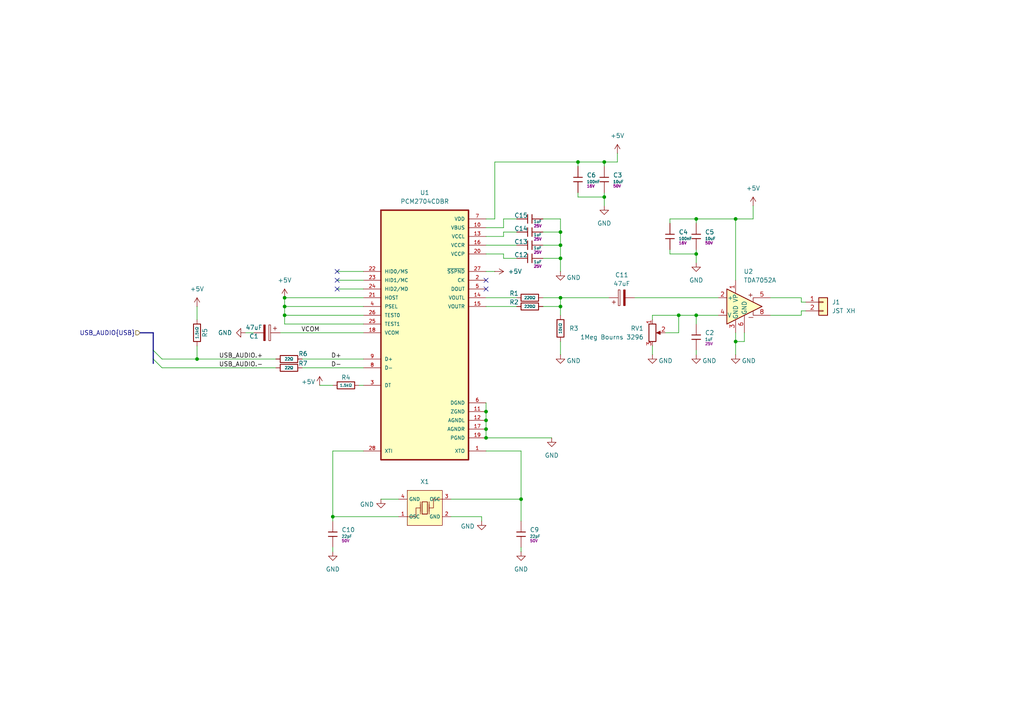
<source format=kicad_sch>
(kicad_sch (version 20231120) (generator "eeschema") (generator_version "8.0")
  (paper "A4")
  (title_block (title "PCM2704 USB SOUND OUTPUT") (date "2025-02-08") (rev "A") (company "Artem Horiunov") (comment 1 "DESIGNED IN POLAND"))
  (lib_symbols
    (symbol "Amplifier_Audio:TDA7052A" (pin_names (offset 0.127))
      (property "Reference" "U" (at 5.08 7.62 0))
      (property "Value" "TDA7052A" (at 5.08 5.08 0))
      (symbol "TDA7052A_0_1"
        (polyline (pts (xy 1.27 -3.175) (xy 2.54 -3.175)))
        (polyline (pts (xy 2.54 -1.27) (xy 2.54 -2.54)))
        (polyline (pts (xy 2.54 2.54) (xy 2.54 1.27)))
        (polyline (pts (xy 5.08 0) (xy -5.08 5.08) (xy -5.08 -5.08) (xy 5.08 0)) (stroke (width 0.254)) (fill (type background)))
      )
      (symbol "TDA7052A_1_1"
        (polyline (pts (xy 1.778 3.81) (xy 1.778 2.794)))
        (polyline (pts (xy 2.286 3.302) (xy 1.27 3.302)))
        (pin power_in line (at -2.54 7.62 270) (length 3.81) (name "VP") (number "1"))
        (pin input line (at -7.62 2.54 0) (length 2.54) (name "+") (number "2"))
        (pin power_in line (at -2.54 -7.62 90) (length 3.81) (name "GND") (number "3"))
        (pin input line (at -7.62 -2.54 0) (length 2.54) (name "V") (number "4"))
        (pin output line (at 7.62 2.54 180) (length 5.08) (name "~") (number "5"))
        (pin power_in line (at 0 -7.62 90) (length 5.08) (name "GND") (number "6"))
        (pin no_connect line (at 0 2.54 270) (length 2.54) hide (name "NC") (number "7"))
        (pin output line (at 7.62 -2.54 180) (length 5.08) (name "~") (number "8"))
      )
    )
    (symbol "Connector_Generic:Conn_01x02" (pin_names (offset 1.016) hide)
      (property "Reference" "J" (at 0 2.54 0))
      (property "Value" "Conn_01x02" (at 0 -5.08 0))
      (symbol "Conn_01x02_1_1"
        (rectangle (start -1.27 -2.413) (end 0 -2.667) (stroke (width 0.1524)))
        (rectangle (start -1.27 0.127) (end 0 -0.127) (stroke (width 0.1524)))
        (rectangle (start -1.27 1.27) (end 1.27 -3.81) (stroke (width 0.254)) (fill (type background)))
        (pin passive line (at -5.08 0 0) (length 3.81) (name "Pin_1") (number "1"))
        (pin passive line (at -5.08 -2.54 0) (length 3.81) (name "Pin_2") (number "2"))
      )
    )
    (symbol "Device:C_Polarized" (pin_numbers hide) (pin_names (offset 0.254))
      (property "Reference" "C" (at 0.635 2.54 0))
      (property "Value" "C_Polarized" (at 0.635 -2.54 0))
      (symbol "C_Polarized_0_1"
        (rectangle (start -2.286 0.508) (end 2.286 1.016))
        (polyline (pts (xy -1.778 2.286) (xy -0.762 2.286)))
        (polyline (pts (xy -1.27 2.794) (xy -1.27 1.778)))
        (rectangle (start 2.286 -0.508) (end -2.286 -1.016) (fill (type outline)))
      )
      (symbol "C_Polarized_1_1"
        (pin passive line (at 0 3.81 270) (length 2.794) (name "~") (number "1"))
        (pin passive line (at 0 -3.81 90) (length 2.794) (name "~") (number "2"))
      )
    )
    (symbol "Device:R_Potentiometer" (pin_names (offset 1.016) hide)
      (property "Reference" "RV" (at -4.445 0 90))
      (property "Value" "R_Potentiometer" (at -2.54 0 90))
      (symbol "R_Potentiometer_0_1"
        (polyline (pts (xy 2.54 0) (xy 1.524 0)))
        (polyline (pts (xy 1.143 0) (xy 2.286 0.508) (xy 2.286 -0.508) (xy 1.143 0)) (fill (type outline)))
        (rectangle (start 1.016 2.54) (end -1.016 -2.54) (stroke (width 0.254)))
      )
      (symbol "R_Potentiometer_1_1"
        (pin passive line (at 0 3.81 270) (length 1.27) (name "1") (number "1"))
        (pin passive line (at 3.81 0 180) (length 1.27) (name "2") (number "2"))
        (pin passive line (at 0 -3.81 90) (length 1.27) (name "3") (number "3"))
      )
    )
    (symbol "PCM2704CDBR:PCM2704CDBR" (pin_names (offset 1.016))
      (property "Reference" "U1" (at 0 40.64 0))
      (property "Value" "PCM2704CDBR" (at 0 38.1 0))
      (symbol "PCM2704CDBR_0_0"
        (rectangle (start -12.7 35.56) (end 12.7 -36.83) (stroke (width 0.41)) (fill (type background)))
        (pin output line (at 17.78 -34.29 180) (length 5.08) (name "XTO") (number "1"))
        (pin power_in line (at 17.78 30.48 180) (length 5.08) (name "VBUS") (number "10"))
        (pin power_in line (at 17.78 -22.86 180) (length 5.08) (name "ZGND") (number "11"))
        (pin power_in line (at 17.78 -25.4 180) (length 5.08) (name "AGNDL") (number "12"))
        (pin power_in line (at 17.78 27.94 180) (length 5.08) (name "VCCL") (number "13"))
        (pin output line (at 17.78 10.16 180) (length 5.08) (name "VOUTL") (number "14"))
        (pin output line (at 17.78 7.62 180) (length 5.08) (name "VOUTR") (number "15"))
        (pin power_in line (at 17.78 25.4 180) (length 5.08) (name "VCCR") (number "16"))
        (pin power_in line (at 17.78 -27.94 180) (length 5.08) (name "AGNDR") (number "17"))
        (pin input line (at -17.78 0 0) (length 5.08) (name "VCOM") (number "18"))
        (pin power_in line (at 17.78 -30.48 180) (length 5.08) (name "PGND") (number "19"))
        (pin output line (at 17.78 15.24 180) (length 5.08) (name "CK") (number "2"))
        (pin power_in line (at 17.78 22.86 180) (length 5.08) (name "VCCP") (number "20"))
        (pin input line (at -17.78 10.16 0) (length 5.08) (name "HOST") (number "21"))
        (pin input line (at -17.78 17.78 0) (length 5.08) (name "HID0/MS") (number "22"))
        (pin input line (at -17.78 15.24 0) (length 5.08) (name "HID1/MC") (number "23"))
        (pin input line (at -17.78 12.7 0) (length 5.08) (name "HID2/MD") (number "24"))
        (pin input line (at -17.78 2.54 0) (length 5.08) (name "TEST1") (number "25"))
        (pin input line (at -17.78 5.08 0) (length 5.08) (name "TEST0") (number "26"))
        (pin output line (at 17.78 17.78 180) (length 5.08) (name "~{SSPND}") (number "27"))
        (pin input line (at -17.78 -34.29 0) (length 5.08) (name "XTI") (number "28"))
        (pin bidirectional line (at -17.78 -15.24 0) (length 5.08) (name "DT") (number "3"))
        (pin input line (at -17.78 7.62 0) (length 5.08) (name "PSEL") (number "4"))
        (pin output line (at 17.78 12.7 180) (length 5.08) (name "DOUT") (number "5"))
        (pin power_in line (at 17.78 -20.32 180) (length 5.08) (name "DGND") (number "6"))
        (pin power_in line (at 17.78 33.02 180) (length 5.08) (name "VDD") (number "7"))
        (pin bidirectional line (at -17.78 -10.16 0) (length 5.08) (name "D-") (number "8"))
        (pin bidirectional line (at -17.78 -7.62 0) (length 5.08) (name "D+") (number "9"))
      )
    )
    (symbol "PCM_JLCPCB-Capacitors:0402,100nF" (pin_numbers hide) (pin_names (offset 0))
      (property "Reference" "C" (at 2.032 1.668 0))
      (property "Value" "100nF" (at 2.032 -0.3782 0))
      (property "Voltage Rated" "16V" (at 2.032 -2.0462 0))
      (symbol "0402,100nF_0_1"
        (polyline (pts (xy -1.27 -0.635) (xy 1.27 -0.635)) (stroke (width 0.254)))
        (polyline (pts (xy -1.27 0.635) (xy 1.27 0.635)) (stroke (width 0.254)))
      )
      (symbol "0402,100nF_1_1"
        (pin passive line (at 0 3.81 270) (length 3.175) (name "~") (number "1"))
        (pin passive line (at 0 -3.81 90) (length 3.175) (name "~") (number "2"))
      )
    )
    (symbol "PCM_JLCPCB-Capacitors:0402,1uF" (pin_numbers hide) (pin_names (offset 0))
      (property "Reference" "C" (at 2.032 1.668 0))
      (property "Value" "1uF" (at 2.032 -0.3782 0))
      (property "Voltage Rated" "25V" (at 2.032 -2.0462 0))
      (symbol "0402,1uF_0_1"
        (polyline (pts (xy -1.27 -0.635) (xy 1.27 -0.635)) (stroke (width 0.254)))
        (polyline (pts (xy -1.27 0.635) (xy 1.27 0.635)) (stroke (width 0.254)))
      )
      (symbol "0402,1uF_1_1"
        (pin passive line (at 0 3.81 270) (length 3.175) (name "~") (number "1"))
        (pin passive line (at 0 -3.81 90) (length 3.175) (name "~") (number "2"))
      )
    )
    (symbol "PCM_JLCPCB-Capacitors:0402,22pF" (pin_numbers hide) (pin_names (offset 0))
      (property "Reference" "C" (at 2.032 1.668 0))
      (property "Value" "22pF" (at 2.032 -0.3782 0))
      (property "Voltage Rated" "50V" (at 2.032 -2.0462 0))
      (symbol "0402,22pF_0_1"
        (polyline (pts (xy -1.27 -0.635) (xy 1.27 -0.635)) (stroke (width 0.254)))
        (polyline (pts (xy -1.27 0.635) (xy 1.27 0.635)) (stroke (width 0.254)))
      )
      (symbol "0402,22pF_1_1"
        (pin passive line (at 0 3.81 270) (length 3.175) (name "~") (number "1"))
        (pin passive line (at 0 -3.81 90) (length 3.175) (name "~") (number "2"))
      )
    )
    (symbol "PCM_JLCPCB-Capacitors:0805,10uF,(2)" (pin_numbers hide) (pin_names (offset 0))
      (property "Reference" "C" (at 2.032 1.668 0))
      (property "Value" "10uF" (at 2.032 -0.3782 0))
      (property "Voltage Rated" "50V" (at 2.032 -2.0462 0))
      (symbol "0805,10uF,(2)_0_1"
        (polyline (pts (xy -1.27 -0.635) (xy 1.27 -0.635)) (stroke (width 0.254)))
        (polyline (pts (xy -1.27 0.635) (xy 1.27 0.635)) (stroke (width 0.254)))
      )
      (symbol "0805,10uF,(2)_1_1"
        (pin passive line (at 0 3.81 270) (length 3.175) (name "~") (number "1"))
        (pin passive line (at 0 -3.81 90) (length 3.175) (name "~") (number "2"))
      )
    )
    (symbol "PCM_JLCPCB-Crystals:Crystal, 12MHz, 20pF"
      (property "Reference" "X" (at 0 6.096 0))
      (symbol "Crystal, 12MHz, 20pF_0_1"
        (rectangle (start -5.08 5.08) (end 5.08 -5.08) (fill (type background)))
        (polyline (pts (xy -1.27 -1.778) (xy -1.27 1.778)))
        (polyline (pts (xy -1.27 -1.016) (xy -1.27 1.016)))
        (polyline (pts (xy 0.762 -1.778) (xy -0.762 -1.778)))
        (polyline (pts (xy 1.27 -1.778) (xy 1.27 1.778)))
        (polyline (pts (xy 1.27 -1.016) (xy 1.27 1.016)))
        (polyline (pts (xy -5.08 -2.54) (xy -2.54 -2.54) (xy -2.54 0) (xy -1.27 0)))
        (polyline (pts (xy -0.762 -1.778) (xy -0.762 1.778) (xy 0.762 1.778) (xy 0.762 -1.778)))
        (polyline (pts (xy 5.08 2.54) (xy 2.54 2.54) (xy 2.54 0) (xy 1.27 0)))
        (polyline (pts (xy 0.762 1.778) (xy 0.762 -1.778) (xy -0.762 -1.778) (xy -0.762 1.778) (xy 0.762 1.778)))
        (pin unspecified line (at 7.62 -2.54 180) (length 2.54) (name "GND") (number "2"))
        (pin unspecified line (at -7.62 2.54 0) (length 2.54) (name "GND") (number "4"))
      )
      (symbol "Crystal, 12MHz, 20pF_1_1"
        (pin unspecified line (at -7.62 -2.54 0) (length 2.54) (name "OSC") (number "1"))
        (pin unspecified line (at 7.62 2.54 180) (length 2.54) (name "OSC") (number "3"))
      )
    )
    (symbol "PCM_JLCPCB-Resistors:0402,1.5kΩ" (pin_numbers hide) (pin_names (offset 0))
      (property "Reference" "R" (at 1.778 0 0))
      (property "Value" "1.5kΩ" (at 0 0 90))
      (symbol "0402,1.5kΩ_0_1"
        (rectangle (start -1.016 2.54) (end 1.016 -2.54) (stroke (width 0.254)))
      )
      (symbol "0402,1.5kΩ_1_1"
        (pin passive line (at 0 3.81 270) (length 1.27) (name "~") (number "1"))
        (pin passive line (at 0 -3.81 90) (length 1.27) (name "~") (number "2"))
      )
    )
    (symbol "PCM_JLCPCB-Resistors:0402,10kΩ" (pin_numbers hide) (pin_names (offset 0))
      (property "Reference" "R" (at 1.778 0 0))
      (property "Value" "10kΩ" (at 0 0 90))
      (symbol "0402,10kΩ_0_1"
        (rectangle (start -1.016 2.54) (end 1.016 -2.54) (stroke (width 0.254)))
      )
      (symbol "0402,10kΩ_1_1"
        (pin passive line (at 0 3.81 270) (length 1.27) (name "~") (number "1"))
        (pin passive line (at 0 -3.81 90) (length 1.27) (name "~") (number "2"))
      )
    )
    (symbol "PCM_JLCPCB-Resistors:0402,220Ω" (pin_numbers hide) (pin_names (offset 0))
      (property "Reference" "R" (at 1.778 0 0))
      (property "Value" "220Ω" (at 0 0 90))
      (symbol "0402,220Ω_0_1"
        (rectangle (start -1.016 2.54) (end 1.016 -2.54) (stroke (width 0.254)))
      )
      (symbol "0402,220Ω_1_1"
        (pin passive line (at 0 3.81 270) (length 1.27) (name "~") (number "1"))
        (pin passive line (at 0 -3.81 90) (length 1.27) (name "~") (number "2"))
      )
    )
    (symbol "PCM_JLCPCB-Resistors:0402,22Ω" (pin_numbers hide) (pin_names (offset 0))
      (property "Reference" "R" (at 1.778 0 0))
      (property "Value" "22Ω" (at 0 0 90))
      (symbol "0402,22Ω_0_1"
        (rectangle (start -1.016 2.54) (end 1.016 -2.54) (stroke (width 0.254)))
      )
      (symbol "0402,22Ω_1_1"
        (pin passive line (at 0 3.81 270) (length 1.27) (name "~") (number "1"))
        (pin passive line (at 0 -3.81 90) (length 1.27) (name "~") (number "2"))
      )
    )
    (symbol "power:+5V" (power) (pin_numbers hide) (pin_names (offset 0) hide)
      (property "Value" "+5V" (at 0 3.556 0))
      (symbol "+5V_0_1"
        (polyline (pts (xy -0.762 1.27) (xy 0 2.54)))
        (polyline (pts (xy 0 0) (xy 0 2.54)))
        (polyline (pts (xy 0 2.54) (xy 0.762 1.27)))
      )
      (symbol "+5V_1_1"
        (pin power_in line (at 0 0 90) (length 0) (name "~") (number "1"))
      )
    )
    (symbol "power:GND" (power) (pin_numbers hide) (pin_names (offset 0) hide)
      (property "Value" "GND" (at 0 -3.81 0))
      (symbol "GND_0_1"
        (polyline (pts (xy 0 0) (xy 0 -1.27) (xy 1.27 -1.27) (xy 0 -2.54) (xy -1.27 -1.27) (xy 0 -1.27)))
      )
      (symbol "GND_1_1"
        (pin power_in line (at 0 0 270) (length 0) (name "~") (number "1"))
      )
    )
  )
  (bus_alias "USB" (members "+" "-"))
  (junction (at 175.26 57.15))
  (junction (at 140.97 119.38))
  (junction (at 96.52 149.86))
  (junction (at 82.55 88.9))
  (junction (at 201.93 63.5))
  (junction (at 140.97 121.92))
  (junction (at 196.85 91.44))
  (junction (at 175.26 46.99))
  (junction (at 140.97 124.46))
  (junction (at 57.15 104.14))
  (junction (at 162.56 86.36))
  (junction (at 201.93 73.66))
  (junction (at 213.36 99.06))
  (junction (at 82.55 86.36))
  (junction (at 162.56 67.31))
  (junction (at 162.56 88.9))
  (junction (at 82.55 91.44))
  (junction (at 151.13 144.78))
  (junction (at 201.93 91.44))
  (junction (at 162.56 71.12))
  (junction (at 213.36 63.5))
  (junction (at 167.64 46.99))
  (junction (at 140.97 127))
  (junction (at 162.56 74.93))
  (no_connect (at 140.97 83.82))
  (no_connect (at 97.79 83.82))
  (no_connect (at 97.79 78.74))
  (no_connect (at 140.97 81.28))
  (no_connect (at 97.79 81.28))
  (bus_entry (at 44.45 104.14) (size 2.54 2.54))
  (bus_entry (at 44.45 101.6) (size 2.54 2.54))
  (wire (pts (xy 57.15 100.33) (xy 57.15 104.14)))
  (wire (pts (xy 140.97 130.81) (xy 151.13 130.81)))
  (wire (pts (xy 151.13 144.78) (xy 130.81 144.78)))
  (wire (pts (xy 162.56 86.36) (xy 162.56 88.9)))
  (wire (pts (xy 194.31 63.5) (xy 201.93 63.5)))
  (wire (pts (xy 189.23 100.33) (xy 189.23 102.87)))
  (wire (pts (xy 167.64 48.26) (xy 167.64 46.99)))
  (wire (pts (xy 82.55 91.44) (xy 82.55 88.9)))
  (wire (pts (xy 110.49 144.78) (xy 115.57 144.78)))
  (wire (pts (xy 175.26 55.88) (xy 175.26 57.15)))
  (wire (pts (xy 97.79 83.82) (xy 105.41 83.82)))
  (wire (pts (xy 151.13 130.81) (xy 151.13 144.78)))
  (wire (pts (xy 140.97 124.46) (xy 140.97 127)))
  (wire (pts (xy 143.51 63.5) (xy 140.97 63.5)))
  (wire (pts (xy 81.28 96.52) (xy 105.41 96.52)))
  (wire (pts (xy 201.93 73.66) (xy 201.93 76.2)))
  (wire (pts (xy 82.55 88.9) (xy 105.41 88.9)))
  (wire (pts (xy 96.52 158.75) (xy 96.52 160.02)))
  (wire (pts (xy 82.55 93.98) (xy 82.55 91.44)))
  (wire (pts (xy 201.93 63.5) (xy 201.93 64.77)))
  (bus (pts (xy 44.45 104.14) (xy 44.45 105.41)))
  (wire (pts (xy 139.7 151.13) (xy 139.7 149.86)))
  (wire (pts (xy 218.44 63.5) (xy 213.36 63.5)))
  (wire (pts (xy 196.85 96.52) (xy 196.85 91.44)))
  (wire (pts (xy 157.48 67.31) (xy 162.56 67.31)))
  (wire (pts (xy 194.31 73.66) (xy 201.93 73.66)))
  (wire (pts (xy 162.56 99.06) (xy 162.56 102.87)))
  (wire (pts (xy 162.56 88.9) (xy 162.56 91.44)))
  (wire (pts (xy 201.93 91.44) (xy 196.85 91.44)))
  (wire (pts (xy 140.97 116.84) (xy 140.97 119.38)))
  (wire (pts (xy 201.93 93.98) (xy 201.93 91.44)))
  (wire (pts (xy 96.52 149.86) (xy 96.52 151.13)))
  (wire (pts (xy 143.51 63.5) (xy 143.51 46.99)))
  (wire (pts (xy 96.52 130.81) (xy 105.41 130.81)))
  (wire (pts (xy 162.56 86.36) (xy 176.53 86.36)))
  (wire (pts (xy 87.63 106.68) (xy 105.41 106.68)))
  (wire (pts (xy 105.41 91.44) (xy 82.55 91.44)))
  (wire (pts (xy 140.97 121.92) (xy 140.97 124.46)))
  (wire (pts (xy 57.15 104.14) (xy 80.01 104.14)))
  (wire (pts (xy 213.36 63.5) (xy 213.36 81.28)))
  (wire (pts (xy 140.97 86.36) (xy 149.86 86.36)))
  (wire (pts (xy 146.05 73.66) (xy 146.05 74.93)))
  (wire (pts (xy 97.79 81.28) (xy 105.41 81.28)))
  (wire (pts (xy 193.04 96.52) (xy 196.85 96.52)))
  (wire (pts (xy 87.63 104.14) (xy 105.41 104.14)))
  (wire (pts (xy 208.28 91.44) (xy 201.93 91.44)))
  (wire (pts (xy 146.05 66.04) (xy 146.05 63.5)))
  (bus (pts (xy 44.45 101.6) (xy 44.45 104.14)))
  (wire (pts (xy 184.15 86.36) (xy 208.28 86.36)))
  (wire (pts (xy 151.13 144.78) (xy 151.13 151.13)))
  (wire (pts (xy 157.48 71.12) (xy 162.56 71.12)))
  (wire (pts (xy 179.07 46.99) (xy 175.26 46.99)))
  (wire (pts (xy 162.56 71.12) (xy 162.56 74.93)))
  (wire (pts (xy 194.31 72.39) (xy 194.31 73.66)))
  (wire (pts (xy 146.05 67.31) (xy 146.05 68.58)))
  (wire (pts (xy 105.41 93.98) (xy 82.55 93.98)))
  (wire (pts (xy 140.97 127) (xy 160.02 127)))
  (wire (pts (xy 96.52 149.86) (xy 96.52 130.81)))
  (wire (pts (xy 189.23 91.44) (xy 189.23 92.71)))
  (wire (pts (xy 215.9 99.06) (xy 213.36 99.06)))
  (wire (pts (xy 213.36 96.52) (xy 213.36 99.06)))
  (wire (pts (xy 146.05 63.5) (xy 149.86 63.5)))
  (wire (pts (xy 162.56 67.31) (xy 162.56 71.12)))
  (wire (pts (xy 115.57 149.86) (xy 96.52 149.86)))
  (wire (pts (xy 218.44 59.69) (xy 218.44 63.5)))
  (wire (pts (xy 97.79 78.74) (xy 105.41 78.74)))
  (wire (pts (xy 194.31 63.5) (xy 194.31 64.77)))
  (wire (pts (xy 232.41 90.17) (xy 232.41 91.44)))
  (wire (pts (xy 140.97 78.74) (xy 143.51 78.74)))
  (wire (pts (xy 46.99 104.14) (xy 57.15 104.14)))
  (wire (pts (xy 139.7 149.86) (xy 130.81 149.86)))
  (wire (pts (xy 201.93 72.39) (xy 201.93 73.66)))
  (wire (pts (xy 213.36 99.06) (xy 213.36 102.87)))
  (wire (pts (xy 232.41 87.63) (xy 232.41 86.36)))
  (wire (pts (xy 105.41 111.76) (xy 104.14 111.76)))
  (wire (pts (xy 179.07 44.45) (xy 179.07 46.99)))
  (wire (pts (xy 196.85 91.44) (xy 189.23 91.44)))
  (wire (pts (xy 162.56 63.5) (xy 162.56 67.31)))
  (wire (pts (xy 46.99 106.68) (xy 80.01 106.68)))
  (wire (pts (xy 175.26 46.99) (xy 175.26 48.26)))
  (wire (pts (xy 201.93 101.6) (xy 201.93 102.87)))
  (wire (pts (xy 162.56 74.93) (xy 162.56 78.74)))
  (wire (pts (xy 162.56 88.9) (xy 157.48 88.9)))
  (wire (pts (xy 167.64 57.15) (xy 175.26 57.15)))
  (wire (pts (xy 82.55 88.9) (xy 82.55 86.36)))
  (wire (pts (xy 143.51 46.99) (xy 167.64 46.99)))
  (wire (pts (xy 140.97 88.9) (xy 149.86 88.9)))
  (wire (pts (xy 157.48 63.5) (xy 162.56 63.5)))
  (wire (pts (xy 233.68 87.63) (xy 232.41 87.63)))
  (wire (pts (xy 215.9 96.52) (xy 215.9 99.06)))
  (wire (pts (xy 140.97 119.38) (xy 140.97 121.92)))
  (wire (pts (xy 140.97 73.66) (xy 146.05 73.66)))
  (bus (pts (xy 44.45 96.52) (xy 44.45 101.6)))
  (wire (pts (xy 149.86 67.31) (xy 146.05 67.31)))
  (wire (pts (xy 223.52 86.36) (xy 232.41 86.36)))
  (wire (pts (xy 140.97 66.04) (xy 146.05 66.04)))
  (wire (pts (xy 92.71 111.76) (xy 96.52 111.76)))
  (bus (pts (xy 40.64 96.52) (xy 44.45 96.52)))
  (wire (pts (xy 233.68 90.17) (xy 232.41 90.17)))
  (wire (pts (xy 146.05 68.58) (xy 140.97 68.58)))
  (wire (pts (xy 167.64 46.99) (xy 175.26 46.99)))
  (wire (pts (xy 223.52 91.44) (xy 232.41 91.44)))
  (wire (pts (xy 146.05 74.93) (xy 149.86 74.93)))
  (wire (pts (xy 71.12 96.52) (xy 73.66 96.52)))
  (wire (pts (xy 57.15 88.9) (xy 57.15 92.71)))
  (wire (pts (xy 157.48 74.93) (xy 162.56 74.93)))
  (wire (pts (xy 140.97 71.12) (xy 149.86 71.12)))
  (wire (pts (xy 82.55 86.36) (xy 105.41 86.36)))
  (wire (pts (xy 151.13 158.75) (xy 151.13 160.02)))
  (wire (pts (xy 201.93 63.5) (xy 213.36 63.5)))
  (wire (pts (xy 157.48 86.36) (xy 162.56 86.36)))
  (wire (pts (xy 175.26 57.15) (xy 175.26 59.69)))
  (wire (pts (xy 167.64 55.88) (xy 167.64 57.15)))
  (label "USB_AUDIO.-" (at 63.5 106.68 0))
  (label "VCOM" (at 92.71 96.52 180))
  (label "USB_AUDIO.+" (at 63.5 104.14 0))
  (label "D+" (at 99.06 104.14 180))
  (label "D-" (at 99.06 106.68 180))
  (hierarchical_label "USB_AUDIO{USB}" (shape input) (at 40.64 96.52 180))
  (symbol (lib_id "power:+5V") (at 57.15 88.9 0) (unit 1)
    (property "Reference" "#PWR019" (effects (hide yes)))
    (property "Value" "+5V" (at 57.15 83.82 0))
    (property "Description" "Power symbol creates a global label with name \"+5V\"" (effects (hide yes)))
  )
  (symbol (lib_id "Device:C_Polarized") (at 180.34 86.36 90) (unit 1)
    (property "Reference" "C11" (at 180.34 79.756 90))
    (property "Value" "47uF" (at 180.34 82.296 90))
    (property "Footprint" "Capacitor_SMD:CP_Elec_6.3x5.4" (effects (hide yes)))
    (property "Description" "Polarized capacitor" (effects (hide yes)))
    (property "LCSC" " C90276" (effects (hide yes)))
    (property "MPN" "VT1V470M0605" (effects (hide yes)))
  )
  (symbol (lib_id "power:GND") (at 96.52 160.02 0) (unit 1)
    (property "Reference" "#PWR013" (effects (hide yes)))
    (property "Value" "GND" (at 96.52 165.1 0))
    (property "Description" "Power symbol creates a global label with name \"GND\" , ground" (effects (hide yes)))
  )
  (symbol (lib_id "power:GND") (at 151.13 160.02 0) (unit 1)
    (property "Reference" "#PWR012" (effects (hide yes)))
    (property "Value" "GND" (at 151.13 165.1 0))
    (property "Description" "Power symbol creates a global label with name \"GND\" , ground" (effects (hide yes)))
  )
  (symbol (lib_id "PCM_JLCPCB-Resistors:0402,10kΩ") (at 162.56 95.25 180) (unit 1)
    (property "Reference" "R3" (at 165.1 95.25 0) (effects (justify right)))
    (property "Value" "10kΩ" (at 162.56 95.25 90) (effects (font (size 0.8 0.8))))
    (property "Footprint" "PCM_JLCPCB:R_0402" (effects (hide yes)))
    (property "Datasheet" "https://www.lcsc.com/datasheet/lcsc_datasheet_2411221126_UNI-ROYAL-Uniroyal-Elec-0402WGF1002TCE_C25744.pdf" (effects (hide yes)))
    (property "Description" "62.5mW Thick Film Resistors 50V ±100ppm/°C ±1% 10kΩ 0402 Chip Resistor - Surface Mount ROHS" (effects (hide yes)))
    (property "LCSC" "C25744" (effects (hide yes)))
    (property "Stock" "6666349" (effects (hide yes)))
    (property "Price" "0.004USD" (effects (hide yes)))
    (property "Process" "SMT" (effects (hide yes)))
    (property "Minimum Qty" "5" (effects (hide yes)))
    (property "Attrition Qty" "0" (effects (hide yes)))
    (property "Class" "Basic Component" (effects (hide yes)))
    (property "Category" "Resistors,Chip Resistor - Surface Mount" (effects (hide yes)))
    (property "Manufacturer" "UNI-ROYAL(Uniroyal Elec)" (effects (hide yes)))
    (property "Part" "0402WGF1002TCE" (effects (hide yes)))
    (property "Resistance" "10kΩ" (effects (hide yes)))
    (property "Power(Watts)" "62.5mW" (effects (hide yes)))
    (property "Type" "Thick Film Resistors" (effects (hide yes)))
    (property "Overload Voltage (Max)" "50V" (effects (hide yes)))
    (property "Operating Temperature Range" "-55°C~+155°C" (effects (hide yes)))
    (property "Tolerance" "±1%" (effects (hide yes)))
    (property "Temperature Coefficient" "±100ppm/°C" (effects (hide yes)))
  )
  (symbol (lib_id "PCM_JLCPCB-Resistors:0402,1.5kΩ") (at 100.33 111.76 270) (mirror x) (unit 1)
    (property "Reference" "R4" (at 100.33 109.474 90))
    (property "Value" "1.5kΩ" (at 100.33 111.76 90) (effects (font (size 0.8 0.8))))
    (property "Footprint" "PCM_JLCPCB:R_0402" (effects (hide yes)))
    (property "Datasheet" "https://www.lcsc.com/datasheet/lcsc_datasheet_2206010045_UNI-ROYAL-Uniroyal-Elec-0402WGF1501TCE_C25867.pdf" (effects (hide yes)))
    (property "Description" "62.5mW Thick Film Resistors 50V ±100ppm/°C ±1% 1.5kΩ 0402 Chip Resistor - Surface Mount ROHS" (effects (hide yes)))
    (property "LCSC" "C25867" (effects (hide yes)))
    (property "Stock" "778464" (effects (hide yes)))
    (property "Price" "0.004USD" (effects (hide yes)))
    (property "Process" "SMT" (effects (hide yes)))
    (property "Minimum Qty" "20" (effects (hide yes)))
    (property "Attrition Qty" "10" (effects (hide yes)))
    (property "Class" "Basic Component" (effects (hide yes)))
    (property "Category" "Resistors,Chip Resistor - Surface Mount" (effects (hide yes)))
    (property "Manufacturer" "UNI-ROYAL(Uniroyal Elec)" (effects (hide yes)))
    (property "Part" "0402WGF1501TCE" (effects (hide yes)))
    (property "Resistance" "1.5kΩ" (effects (hide yes)))
    (property "Power(Watts)" "62.5mW" (effects (hide yes)))
    (property "Type" "Thick Film Resistors" (effects (hide yes)))
    (property "Overload Voltage (Max)" "50V" (effects (hide yes)))
    (property "Operating Temperature Range" "-55°C~+155°C" (effects (hide yes)))
    (property "Tolerance" "±1%" (effects (hide yes)))
    (property "Temperature Coefficient" "±100ppm/°C" (effects (hide yes)))
  )
  (symbol (lib_id "power:+5V") (at 179.07 44.45 0) (unit 1)
    (property "Reference" "#PWR07" (effects (hide yes)))
    (property "Value" "+5V" (at 179.07 39.37 0))
    (property "Description" "Power symbol creates a global label with name \"+5V\"" (effects (hide yes)))
  )
  (symbol (lib_id "power:+5V") (at 218.44 59.69 0) (unit 1)
    (property "Reference" "#PWR08" (effects (hide yes)))
    (property "Value" "+5V" (at 218.44 54.61 0))
    (property "Description" "Power symbol creates a global label with name \"+5V\"" (effects (hide yes)))
  )
  (symbol (lib_id "power:GND") (at 139.7 151.13 0) (unit 1)
    (property "Reference" "#PWR015" (effects (hide yes)))
    (property "Value" "GND" (at 135.636 152.654 0))
    (property "Description" "Power symbol creates a global label with name \"GND\" , ground" (effects (hide yes)))
  )
  (symbol (lib_id "PCM_JLCPCB-Capacitors:0402,22pF") (at 151.13 154.94 0) (unit 1)
    (property "Reference" "C9" (at 153.67 153.67 0) (effects (justify left)))
    (property "Value" "22pF" (at 153.67 155.575 0) (effects (font (size 0.8 0.8)) (justify left)))
    (property "Footprint" "PCM_JLCPCB:C_0402" (effects (hide yes)))
    (property "Datasheet" "https://www.lcsc.com/datasheet/lcsc_datasheet_2304140030_FH--Guangdong-Fenghua-Advanced-Tech-0402CG220J500NT_C1555.pdf" (effects (hide yes)))
    (property "Description" "50V 22pF C0G ±5% 0402 Multilayer Ceramic Capacitors MLCC - SMD/SMT ROHS" (effects (hide yes)))
    (property "LCSC" "C1555" (effects (hide yes)))
    (property "Stock" "1656751" (effects (hide yes)))
    (property "Price" "0.004USD" (effects (hide yes)))
    (property "Process" "SMT" (effects (hide yes)))
    (property "Minimum Qty" "20" (effects (hide yes)))
    (property "Attrition Qty" "10" (effects (hide yes)))
    (property "Class" "Basic Component" (effects (hide yes)))
    (property "Category" "Capacitors,Multilayer Ceramic Capacitors MLCC - SMD/SMT" (effects (hide yes)))
    (property "Manufacturer" "FH(Guangdong Fenghua Advanced Tech)" (effects (hide yes)))
    (property "Part" "0402CG220J500NT" (effects (hide yes)))
    (property "Voltage Rated" "50V" (at 153.67 156.845 0) (effects (font (size 0.8 0.8)) (justify left)))
    (property "Tolerance" "±5%" (effects (hide yes)))
    (property "Capacitance" "22pF" (effects (hide yes)))
    (property "Temperature Coefficient" "C0G" (effects (hide yes)))
  )
  (symbol (lib_id "PCM_JLCPCB-Capacitors:0805,10uF,(2)") (at 175.26 52.07 180) (unit 1)
    (property "Reference" "C3" (at 177.8 50.8 0) (effects (justify right)))
    (property "Value" "10uF" (at 177.8 52.705 0) (effects (font (size 0.8 0.8)) (justify right)))
    (property "Footprint" "PCM_JLCPCB:C_0805" (effects (hide yes)))
    (property "Datasheet" "https://www.lcsc.com/datasheet/lcsc_datasheet_2411041759_Murata-Electronics-GRM21BR61H106KE43L_C440198.pdf" (effects (hide yes)))
    (property "Description" "50V 10uF X5R ±10% 0805 Multilayer Ceramic Capacitors MLCC - SMD/SMT ROHS" (effects (hide yes)))
    (property "LCSC" "C440198" (effects (hide yes)))
    (property "Stock" "1423931" (effects (hide yes)))
    (property "Price" "0.067USD" (effects (hide yes)))
    (property "Process" "SMT" (effects (hide yes)))
    (property "Minimum Qty" "5" (effects (hide yes)))
    (property "Attrition Qty" "4" (effects (hide yes)))
    (property "Class" "Basic Component" (effects (hide yes)))
    (property "Category" "Capacitors,Multilayer Ceramic Capacitors MLCC - SMD/SMT" (effects (hide yes)))
    (property "Manufacturer" "Murata Electronics" (effects (hide yes)))
    (property "Part" "GRM21BR61H106KE43L" (effects (hide yes)))
    (property "Voltage Rated" "50V" (at 177.8 53.975 0) (effects (font (size 0.8 0.8)) (justify right)))
    (property "Tolerance" "±10%" (effects (hide yes)))
    (property "Capacitance" "10uF" (effects (hide yes)))
    (property "Temperature Coefficient" "X5R" (effects (hide yes)))
  )
  (symbol (lib_id "PCM2704CDBR:PCM2704CDBR") (at 123.19 96.52 0) (unit 1)
    (property "Reference" "U1" (at 123.19 55.88 0))
    (property "Value" "PCM2704CDBR" (at 123.19 58.42 0))
    (property "Footprint" "PCM2704CDBR:SOP65P780X200-28N" (effects (hide yes)))
    (property "Datasheet" "https://www.ti.com/lit/ds/symlink/pcm2706.pdf?ts=1739038203811&ref_url=https%253A%252F%252Fwww.google.com%252F" (effects (hide yes)))
    (property "MF" "Texas Instruments" (effects (hide yes)))
    (property "Description_1" "\n                        \n                            98dB SNR Stereo Full Speed DAC with line-out & S/PDIF output, Bus/Self-powered (Ext. ROM Interface)\n                        \n" (effects (hide yes)))
    (property "Package" "SSOP-28 Texas Instruments" (effects (hide yes)))
    (property "Price" "None" (effects (hide yes)))
    (property "SnapEDA_Link" "https://www.snapeda.com/parts/PCM2704CDBR/Texas+Instruments/view-part/?ref=snap" (effects (hide yes)))
    (property "MP" "PCM2704CDBR" (effects (hide yes)))
    (property "Availability" "In Stock" (effects (hide yes)))
    (property "Check_prices" "https://www.snapeda.com/parts/PCM2704CDBR/Texas+Instruments/view-part/?ref=eda" (effects (hide yes)))
  )
  (symbol (lib_id "power:+5V") (at 82.55 86.36 0) (unit 1)
    (property "Reference" "#PWR017" (effects (hide yes)))
    (property "Value" "+5V" (at 82.55 81.28 0))
    (property "Description" "Power symbol creates a global label with name \"+5V\"" (effects (hide yes)))
  )
  (symbol (lib_id "power:GND") (at 162.56 102.87 0) (unit 1)
    (property "Reference" "#PWR03" (effects (hide yes)))
    (property "Value" "GND" (at 166.37 104.648 0))
    (property "Description" "Power symbol creates a global label with name \"GND\" , ground" (effects (hide yes)))
  )
  (symbol (lib_id "PCM_JLCPCB-Capacitors:0402,100nF") (at 167.64 52.07 0) (unit 1)
    (property "Reference" "C6" (at 170.18 50.8 0) (effects (justify left)))
    (property "Value" "100nF" (at 170.18 52.705 0) (effects (font (size 0.8 0.8)) (justify left)))
    (property "Footprint" "PCM_JLCPCB:C_0402" (effects (hide yes)))
    (property "Datasheet" "https://www.lcsc.com/datasheet/lcsc_datasheet_2304140030_Samsung-Electro-Mechanics-CL05B104KO5NNNC_C1525.pdf" (effects (hide yes)))
    (property "Description" "16V 100nF X7R ±10% 0402 Multilayer Ceramic Capacitors MLCC - SMD/SMT ROHS" (effects (hide yes)))
    (property "LCSC" "C1525" (effects (hide yes)))
    (property "Stock" "27771805" (effects (hide yes)))
    (property "Price" "0.004USD" (effects (hide yes)))
    (property "Process" "SMT" (effects (hide yes)))
    (property "Minimum Qty" "20" (effects (hide yes)))
    (property "Attrition Qty" "10" (effects (hide yes)))
    (property "Class" "Basic Component" (effects (hide yes)))
    (property "Category" "Capacitors,Multilayer Ceramic Capacitors MLCC - SMD/SMT" (effects (hide yes)))
    (property "Manufacturer" "Samsung Electro-Mechanics" (effects (hide yes)))
    (property "Part" "CL05B104KO5NNNC" (effects (hide yes)))
    (property "Voltage Rated" "16V" (at 170.18 53.975 0) (effects (font (size 0.8 0.8)) (justify left)))
    (property "Tolerance" "±10%" (effects (hide yes)))
    (property "Capacitance" "100nF" (effects (hide yes)))
    (property "Temperature Coefficient" "X7R" (effects (hide yes)))
  )
  (symbol (lib_id "PCM_JLCPCB-Capacitors:0402,1uF") (at 153.67 63.5 90) (unit 1)
    (property "Reference" "C15" (at 151.13 62.484 90))
    (property "Value" "1uF" (at 155.956 64.262 90) (effects (font (size 0.8 0.8))))
    (property "Footprint" "PCM_JLCPCB:C_0402" (effects (hide yes)))
    (property "Datasheet" "https://www.lcsc.com/datasheet/lcsc_datasheet_2304140030_Samsung-Electro-Mechanics-CL05A105KA5NQNC_C52923.pdf" (effects (hide yes)))
    (property "Description" "25V 1uF X5R ±10% 0402 Multilayer Ceramic Capacitors MLCC - SMD/SMT ROHS" (effects (hide yes)))
    (property "LCSC" "C52923" (effects (hide yes)))
    (property "Stock" "8324208" (effects (hide yes)))
    (property "Price" "0.006USD" (effects (hide yes)))
    (property "Process" "SMT" (effects (hide yes)))
    (property "Minimum Qty" "20" (effects (hide yes)))
    (property "Attrition Qty" "10" (effects (hide yes)))
    (property "Class" "Basic Component" (effects (hide yes)))
    (property "Category" "Capacitors,Multilayer Ceramic Capacitors MLCC - SMD/SMT" (effects (hide yes)))
    (property "Manufacturer" "Samsung Electro-Mechanics" (effects (hide yes)))
    (property "Part" "CL05A105KA5NQNC" (effects (hide yes)))
    (property "Voltage Rated" "25V" (at 155.956 65.532 90) (effects (font (size 0.8 0.8))))
    (property "Tolerance" "±10%" (effects (hide yes)))
    (property "Capacitance" "1uF" (effects (hide yes)))
    (property "Temperature Coefficient" "X5R" (effects (hide yes)))
  )
  (symbol (lib_id "Device:R_Potentiometer") (at 189.23 96.52 0) (unit 1)
    (property "Reference" "RV1" (at 186.69 95.25 0) (effects (justify right)))
    (property "Value" "1Meg Bourns 3296" (at 186.69 97.79 0) (effects (justify right)))
    (property "Footprint" "Potentiometer_THT:Potentiometer_Bourns_3296W_Vertical" (effects (hide yes)))
    (property "Description" "Potentiometer" (effects (hide yes)))
  )
  (symbol (lib_id "power:GND") (at 160.02 127 0) (unit 1)
    (property "Reference" "#PWR016" (effects (hide yes)))
    (property "Value" "GND" (at 160.02 132.08 0))
    (property "Description" "Power symbol creates a global label with name \"GND\" , ground" (effects (hide yes)))
  )
  (symbol (lib_id "power:GND") (at 110.49 144.78 0) (unit 1)
    (property "Reference" "#PWR014" (effects (hide yes)))
    (property "Value" "GND" (at 106.426 146.304 0))
    (property "Description" "Power symbol creates a global label with name \"GND\" , ground" (effects (hide yes)))
  )
  (symbol (lib_id "Connector_Generic:Conn_01x02") (at 238.76 87.63 0) (unit 1)
    (property "Reference" "J1" (at 241.3 87.63 0) (effects (justify left)))
    (property "Value" "JST XH" (at 241.3 90.17 0) (effects (justify left)))
    (property "Footprint" "Connector_JST:JST_XH_B2B-XH-AM_1x02_P2.50mm_Vertical" (effects (hide yes)))
    (property "Description" "Generic connector, single row, 01x02, script generated (kicad-library-utils/schlib/autogen/connector/)" (effects (hide yes)))
  )
  (symbol (lib_id "PCM_JLCPCB-Capacitors:0402,1uF") (at 201.93 97.79 0) (unit 1)
    (property "Reference" "C2" (at 204.47 96.52 0) (effects (justify left)))
    (property "Value" "1uF" (at 204.47 98.425 0) (effects (font (size 0.8 0.8)) (justify left)))
    (property "Footprint" "PCM_JLCPCB:C_0402" (effects (hide yes)))
    (property "Datasheet" "https://www.lcsc.com/datasheet/lcsc_datasheet_2304140030_Samsung-Electro-Mechanics-CL05A105KA5NQNC_C52923.pdf" (effects (hide yes)))
    (property "Description" "25V 1uF X5R ±10% 0402 Multilayer Ceramic Capacitors MLCC - SMD/SMT ROHS" (effects (hide yes)))
    (property "LCSC" "C52923" (effects (hide yes)))
    (property "Stock" "8324208" (effects (hide yes)))
    (property "Price" "0.006USD" (effects (hide yes)))
    (property "Process" "SMT" (effects (hide yes)))
    (property "Minimum Qty" "20" (effects (hide yes)))
    (property "Attrition Qty" "10" (effects (hide yes)))
    (property "Class" "Basic Component" (effects (hide yes)))
    (property "Category" "Capacitors,Multilayer Ceramic Capacitors MLCC - SMD/SMT" (effects (hide yes)))
    (property "Manufacturer" "Samsung Electro-Mechanics" (effects (hide yes)))
    (property "Part" "CL05A105KA5NQNC" (effects (hide yes)))
    (property "Voltage Rated" "25V" (at 204.47 99.695 0) (effects (font (size 0.8 0.8)) (justify left)))
    (property "Tolerance" "±10%" (effects (hide yes)))
    (property "Capacitance" "1uF" (effects (hide yes)))
    (property "Temperature Coefficient" "X5R" (effects (hide yes)))
  )
  (symbol (lib_id "power:GND") (at 201.93 76.2 0) (unit 1)
    (property "Reference" "#PWR09" (effects (hide yes)))
    (property "Value" "GND" (at 201.93 81.28 0))
    (property "Description" "Power symbol creates a global label with name \"GND\" , ground" (effects (hide yes)))
  )
  (symbol (lib_id "PCM_JLCPCB-Resistors:0402,22Ω") (at 83.82 106.68 90) (unit 1)
    (property "Reference" "R7" (at 87.884 105.41 90))
    (property "Value" "22Ω" (at 83.82 106.68 90) (effects (font (size 0.8 0.8))))
    (property "Footprint" "PCM_JLCPCB:R_0402" (effects (hide yes)))
    (property "Datasheet" "https://www.lcsc.com/datasheet/lcsc_datasheet_2205311900_UNI-ROYAL-Uniroyal-Elec-0402WGF220JTCE_C25092.pdf" (effects (hide yes)))
    (property "Description" "62.5mW Thick Film Resistors 50V ±1% ±100ppm/°C 22Ω 0402 Chip Resistor - Surface Mount ROHS" (effects (hide yes)))
    (property "LCSC" "C25092" (effects (hide yes)))
    (property "Stock" "2497993" (effects (hide yes)))
    (property "Price" "0.004USD" (effects (hide yes)))
    (property "Process" "SMT" (effects (hide yes)))
    (property "Minimum Qty" "20" (effects (hide yes)))
    (property "Attrition Qty" "10" (effects (hide yes)))
    (property "Class" "Basic Component" (effects (hide yes)))
    (property "Category" "Resistors,Chip Resistor - Surface Mount" (effects (hide yes)))
    (property "Manufacturer" "UNI-ROYAL(Uniroyal Elec)" (effects (hide yes)))
    (property "Part" "0402WGF220JTCE" (effects (hide yes)))
    (property "Resistance" "22Ω" (effects (hide yes)))
    (property "Power(Watts)" "62.5mW" (effects (hide yes)))
    (property "Type" "Thick Film Resistors" (effects (hide yes)))
    (property "Overload Voltage (Max)" "50V" (effects (hide yes)))
    (property "Operating Temperature Range" "-55°C~+155°C" (effects (hide yes)))
    (property "Tolerance" "±1%" (effects (hide yes)))
    (property "Temperature Coefficient" "±100ppm/°C" (effects (hide yes)))
  )
  (symbol (lib_id "PCM_JLCPCB-Capacitors:0402,1uF") (at 153.67 71.12 90) (unit 1)
    (property "Reference" "C13" (at 151.13 70.104 90))
    (property "Value" "1uF" (at 155.956 71.882 90) (effects (font (size 0.8 0.8))))
    (property "Footprint" "PCM_JLCPCB:C_0402" (effects (hide yes)))
    (property "Datasheet" "https://www.lcsc.com/datasheet/lcsc_datasheet_2304140030_Samsung-Electro-Mechanics-CL05A105KA5NQNC_C52923.pdf" (effects (hide yes)))
    (property "Description" "25V 1uF X5R ±10% 0402 Multilayer Ceramic Capacitors MLCC - SMD/SMT ROHS" (effects (hide yes)))
    (property "LCSC" "C52923" (effects (hide yes)))
    (property "Stock" "8324208" (effects (hide yes)))
    (property "Price" "0.006USD" (effects (hide yes)))
    (property "Process" "SMT" (effects (hide yes)))
    (property "Minimum Qty" "20" (effects (hide yes)))
    (property "Attrition Qty" "10" (effects (hide yes)))
    (property "Class" "Basic Component" (effects (hide yes)))
    (property "Category" "Capacitors,Multilayer Ceramic Capacitors MLCC - SMD/SMT" (effects (hide yes)))
    (property "Manufacturer" "Samsung Electro-Mechanics" (effects (hide yes)))
    (property "Part" "CL05A105KA5NQNC" (effects (hide yes)))
    (property "Voltage Rated" "25V" (at 155.956 73.152 90) (effects (font (size 0.8 0.8))))
    (property "Tolerance" "±10%" (effects (hide yes)))
    (property "Capacitance" "1uF" (effects (hide yes)))
    (property "Temperature Coefficient" "X5R" (effects (hide yes)))
  )
  (symbol (lib_id "power:GND") (at 162.56 78.74 0) (unit 1)
    (property "Reference" "#PWR021" (effects (hide yes)))
    (property "Value" "GND" (at 166.37 80.518 0))
    (property "Description" "Power symbol creates a global label with name \"GND\" , ground" (effects (hide yes)))
  )
  (symbol (lib_id "PCM_JLCPCB-Capacitors:0402,1uF") (at 153.67 74.93 90) (unit 1)
    (property "Reference" "C12" (at 151.13 73.914 90))
    (property "Value" "1uF" (at 155.956 75.946 90) (effects (font (size 0.8 0.8))))
    (property "Footprint" "PCM_JLCPCB:C_0402" (effects (hide yes)))
    (property "Datasheet" "https://www.lcsc.com/datasheet/lcsc_datasheet_2304140030_Samsung-Electro-Mechanics-CL05A105KA5NQNC_C52923.pdf" (effects (hide yes)))
    (property "Description" "25V 1uF X5R ±10% 0402 Multilayer Ceramic Capacitors MLCC - SMD/SMT ROHS" (effects (hide yes)))
    (property "LCSC" "C52923" (effects (hide yes)))
    (property "Stock" "8324208" (effects (hide yes)))
    (property "Price" "0.006USD" (effects (hide yes)))
    (property "Process" "SMT" (effects (hide yes)))
    (property "Minimum Qty" "20" (effects (hide yes)))
    (property "Attrition Qty" "10" (effects (hide yes)))
    (property "Class" "Basic Component" (effects (hide yes)))
    (property "Category" "Capacitors,Multilayer Ceramic Capacitors MLCC - SMD/SMT" (effects (hide yes)))
    (property "Manufacturer" "Samsung Electro-Mechanics" (effects (hide yes)))
    (property "Part" "CL05A105KA5NQNC" (effects (hide yes)))
    (property "Voltage Rated" "25V" (at 155.956 77.216 90) (effects (font (size 0.8 0.8))))
    (property "Tolerance" "±10%" (effects (hide yes)))
    (property "Capacitance" "1uF" (effects (hide yes)))
    (property "Temperature Coefficient" "X5R" (effects (hide yes)))
  )
  (symbol (lib_id "Device:C_Polarized") (at 77.47 96.52 270) (unit 1)
    (property "Reference" "C1" (at 73.66 97.536 90))
    (property "Value" "47uF" (at 73.66 94.996 90))
    (property "Footprint" "Capacitor_SMD:CP_Elec_6.3x5.4" (effects (hide yes)))
    (property "Description" "Polarized capacitor" (effects (hide yes)))
    (property "LCSC" " C90276" (effects (hide yes)))
    (property "MPN" "VT1V470M0605" (effects (hide yes)))
  )
  (symbol (lib_id "PCM_JLCPCB-Capacitors:0805,10uF,(2)") (at 201.93 68.58 180) (unit 1)
    (property "Reference" "C5" (at 204.47 67.31 0) (effects (justify right)))
    (property "Value" "10uF" (at 204.47 69.215 0) (effects (font (size 0.8 0.8)) (justify right)))
    (property "Footprint" "PCM_JLCPCB:C_0805" (effects (hide yes)))
    (property "Datasheet" "https://www.lcsc.com/datasheet/lcsc_datasheet_2411041759_Murata-Electronics-GRM21BR61H106KE43L_C440198.pdf" (effects (hide yes)))
    (property "Description" "50V 10uF X5R ±10% 0805 Multilayer Ceramic Capacitors MLCC - SMD/SMT ROHS" (effects (hide yes)))
    (property "LCSC" "C440198" (effects (hide yes)))
    (property "Stock" "1423931" (effects (hide yes)))
    (property "Price" "0.067USD" (effects (hide yes)))
    (property "Process" "SMT" (effects (hide yes)))
    (property "Minimum Qty" "5" (effects (hide yes)))
    (property "Attrition Qty" "4" (effects (hide yes)))
    (property "Class" "Basic Component" (effects (hide yes)))
    (property "Category" "Capacitors,Multilayer Ceramic Capacitors MLCC - SMD/SMT" (effects (hide yes)))
    (property "Manufacturer" "Murata Electronics" (effects (hide yes)))
    (property "Part" "GRM21BR61H106KE43L" (effects (hide yes)))
    (property "Voltage Rated" "50V" (at 204.47 70.485 0) (effects (font (size 0.8 0.8)) (justify right)))
    (property "Tolerance" "±10%" (effects (hide yes)))
    (property "Capacitance" "10uF" (effects (hide yes)))
    (property "Temperature Coefficient" "X5R" (effects (hide yes)))
  )
  (symbol (lib_id "PCM_JLCPCB-Resistors:0402,22Ω") (at 83.82 104.14 90) (unit 1)
    (property "Reference" "R6" (at 87.884 102.616 90))
    (property "Value" "22Ω" (at 83.82 104.14 90) (effects (font (size 0.8 0.8))))
    (property "Footprint" "PCM_JLCPCB:R_0402" (effects (hide yes)))
    (property "Datasheet" "https://www.lcsc.com/datasheet/lcsc_datasheet_2205311900_UNI-ROYAL-Uniroyal-Elec-0402WGF220JTCE_C25092.pdf" (effects (hide yes)))
    (property "Description" "62.5mW Thick Film Resistors 50V ±1% ±100ppm/°C 22Ω 0402 Chip Resistor - Surface Mount ROHS" (effects (hide yes)))
    (property "LCSC" "C25092" (effects (hide yes)))
    (property "Stock" "2497993" (effects (hide yes)))
    (property "Price" "0.004USD" (effects (hide yes)))
    (property "Process" "SMT" (effects (hide yes)))
    (property "Minimum Qty" "20" (effects (hide yes)))
    (property "Attrition Qty" "10" (effects (hide yes)))
    (property "Class" "Basic Component" (effects (hide yes)))
    (property "Category" "Resistors,Chip Resistor - Surface Mount" (effects (hide yes)))
    (property "Manufacturer" "UNI-ROYAL(Uniroyal Elec)" (effects (hide yes)))
    (property "Part" "0402WGF220JTCE" (effects (hide yes)))
    (property "Resistance" "22Ω" (effects (hide yes)))
    (property "Power(Watts)" "62.5mW" (effects (hide yes)))
    (property "Type" "Thick Film Resistors" (effects (hide yes)))
    (property "Overload Voltage (Max)" "50V" (effects (hide yes)))
    (property "Operating Temperature Range" "-55°C~+155°C" (effects (hide yes)))
    (property "Tolerance" "±1%" (effects (hide yes)))
    (property "Temperature Coefficient" "±100ppm/°C" (effects (hide yes)))
  )
  (symbol (lib_id "PCM_JLCPCB-Resistors:0402,1.5kΩ") (at 57.15 96.52 0) (unit 1)
    (property "Reference" "R5" (at 59.436 96.52 90))
    (property "Value" "1.5kΩ" (at 57.15 96.52 90) (effects (font (size 0.8 0.8))))
    (property "Footprint" "PCM_JLCPCB:R_0402" (effects (hide yes)))
    (property "Datasheet" "https://www.lcsc.com/datasheet/lcsc_datasheet_2206010045_UNI-ROYAL-Uniroyal-Elec-0402WGF1501TCE_C25867.pdf" (effects (hide yes)))
    (property "Description" "62.5mW Thick Film Resistors 50V ±100ppm/°C ±1% 1.5kΩ 0402 Chip Resistor - Surface Mount ROHS" (effects (hide yes)))
    (property "LCSC" "C25867" (effects (hide yes)))
    (property "Stock" "778464" (effects (hide yes)))
    (property "Price" "0.004USD" (effects (hide yes)))
    (property "Process" "SMT" (effects (hide yes)))
    (property "Minimum Qty" "20" (effects (hide yes)))
    (property "Attrition Qty" "10" (effects (hide yes)))
    (property "Class" "Basic Component" (effects (hide yes)))
    (property "Category" "Resistors,Chip Resistor - Surface Mount" (effects (hide yes)))
    (property "Manufacturer" "UNI-ROYAL(Uniroyal Elec)" (effects (hide yes)))
    (property "Part" "0402WGF1501TCE" (effects (hide yes)))
    (property "Resistance" "1.5kΩ" (effects (hide yes)))
    (property "Power(Watts)" "62.5mW" (effects (hide yes)))
    (property "Type" "Thick Film Resistors" (effects (hide yes)))
    (property "Overload Voltage (Max)" "50V" (effects (hide yes)))
    (property "Operating Temperature Range" "-55°C~+155°C" (effects (hide yes)))
    (property "Tolerance" "±1%" (effects (hide yes)))
    (property "Temperature Coefficient" "±100ppm/°C" (effects (hide yes)))
  )
  (symbol (lib_id "Amplifier_Audio:TDA7052A") (at 215.9 88.9 0) (unit 1)
    (property "Reference" "U2" (at 215.6834 78.74 0) (effects (justify left)))
    (property "Value" "TDA7052A" (at 215.6834 81.28 0) (effects (justify left)))
    (property "Datasheet" "http://www.nxp.com/docs/en/data-sheet/TDA7052A_AT.pdf" (effects (hide yes)))
    (property "Description" "1W BTL mono audio amplifier with DC volume control, DIP-8/SOIC-8" (effects (hide yes)))
  )
  (symbol (lib_id "power:GND") (at 175.26 59.69 0) (unit 1)
    (property "Reference" "#PWR06" (effects (hide yes)))
    (property "Value" "GND" (at 175.26 64.77 0))
    (property "Description" "Power symbol creates a global label with name \"GND\" , ground" (effects (hide yes)))
  )
  (symbol (lib_id "power:+5V") (at 143.51 78.74 270) (unit 1)
    (property "Reference" "#PWR01" (effects (hide yes)))
    (property "Value" "+5V" (at 147.32 78.74 90) (effects (justify left)))
    (property "Description" "Power symbol creates a global label with name \"+5V\"" (effects (hide yes)))
  )
  (symbol (lib_id "power:GND") (at 71.12 96.52 270) (unit 1)
    (property "Reference" "#PWR020" (effects (hide yes)))
    (property "Value" "GND" (at 67.31 96.52 90) (effects (justify right)))
    (property "Description" "Power symbol creates a global label with name \"GND\" , ground" (effects (hide yes)))
  )
  (symbol (lib_id "PCM_JLCPCB-Resistors:0402,220Ω") (at 153.67 88.9 90) (unit 1)
    (property "Reference" "R2" (at 149.098 87.63 90))
    (property "Value" "220Ω" (at 153.67 88.9 90) (effects (font (size 0.8 0.8))))
    (property "Footprint" "PCM_JLCPCB:R_0402" (effects (hide yes)))
    (property "Datasheet" "https://www.lcsc.com/datasheet/lcsc_datasheet_2205311900_UNI-ROYAL-Uniroyal-Elec-0402WGF2200TCE_C25091.pdf" (effects (hide yes)))
    (property "Description" "62.5mW Thick Film Resistors 50V ±100ppm/°C ±1% 220Ω 0402 Chip Resistor - Surface Mount ROHS" (effects (hide yes)))
    (property "LCSC" "C25091" (effects (hide yes)))
    (property "Stock" "734290" (effects (hide yes)))
    (property "Price" "0.004USD" (effects (hide yes)))
    (property "Process" "SMT" (effects (hide yes)))
    (property "Minimum Qty" "20" (effects (hide yes)))
    (property "Attrition Qty" "10" (effects (hide yes)))
    (property "Class" "Basic Component" (effects (hide yes)))
    (property "Category" "Resistors,Chip Resistor - Surface Mount" (effects (hide yes)))
    (property "Manufacturer" "UNI-ROYAL(Uniroyal Elec)" (effects (hide yes)))
    (property "Part" "0402WGF2200TCE" (effects (hide yes)))
    (property "Resistance" "220Ω" (effects (hide yes)))
    (property "Power(Watts)" "62.5mW" (effects (hide yes)))
    (property "Type" "Thick Film Resistors" (effects (hide yes)))
    (property "Overload Voltage (Max)" "50V" (effects (hide yes)))
    (property "Operating Temperature Range" "-55°C~+155°C" (effects (hide yes)))
    (property "Tolerance" "±1%" (effects (hide yes)))
    (property "Temperature Coefficient" "±100ppm/°C" (effects (hide yes)))
  )
  (symbol (lib_id "PCM_JLCPCB-Capacitors:0402,22pF") (at 96.52 154.94 0) (unit 1)
    (property "Reference" "C10" (at 99.06 153.67 0) (effects (justify left)))
    (property "Value" "22pF" (at 99.06 155.575 0) (effects (font (size 0.8 0.8)) (justify left)))
    (property "Footprint" "PCM_JLCPCB:C_0402" (effects (hide yes)))
    (property "Datasheet" "https://www.lcsc.com/datasheet/lcsc_datasheet_2304140030_FH--Guangdong-Fenghua-Advanced-Tech-0402CG220J500NT_C1555.pdf" (effects (hide yes)))
    (property "Description" "50V 22pF C0G ±5% 0402 Multilayer Ceramic Capacitors MLCC - SMD/SMT ROHS" (effects (hide yes)))
    (property "LCSC" "C1555" (effects (hide yes)))
    (property "Stock" "1656751" (effects (hide yes)))
    (property "Price" "0.004USD" (effects (hide yes)))
    (property "Process" "SMT" (effects (hide yes)))
    (property "Minimum Qty" "20" (effects (hide yes)))
    (property "Attrition Qty" "10" (effects (hide yes)))
    (property "Class" "Basic Component" (effects (hide yes)))
    (property "Category" "Capacitors,Multilayer Ceramic Capacitors MLCC - SMD/SMT" (effects (hide yes)))
    (property "Manufacturer" "FH(Guangdong Fenghua Advanced Tech)" (effects (hide yes)))
    (property "Part" "0402CG220J500NT" (effects (hide yes)))
    (property "Voltage Rated" "50V" (at 99.06 156.845 0) (effects (font (size 0.8 0.8)) (justify left)))
    (property "Tolerance" "±5%" (effects (hide yes)))
    (property "Capacitance" "22pF" (effects (hide yes)))
    (property "Temperature Coefficient" "C0G" (effects (hide yes)))
  )
  (symbol (lib_id "PCM_JLCPCB-Crystals:Crystal, 12MHz, 20pF") (at 123.19 147.32 0) (unit 1)
    (property "Reference" "X1" (at 123.19 139.7 0))
    (property "Value" "X322512MSB4SI" (effects (hide yes)))
    (property "Footprint" "PCM_JLCPCB:CRYSTAL-SMD_4P-L3.2-W2.5-BL" (effects (hide yes)))
    (property "Datasheet" "https://www.lcsc.com/datasheet/lcsc_datasheet_2403291504_YXC-Crystal-Oscillators-X322512MSB4SI_C9002.pdf" (effects (hide yes)))
    (property "Description" "12MHz Surface Mount Crystal 20pF ±10ppm ±20ppm SMD3225-4P Crystals ROHS" (effects (hide yes)))
    (property "LCSC" "C9002" (effects (hide yes)))
    (property "Stock" "388238" (effects (hide yes)))
    (property "Price" "0.074USD" (effects (hide yes)))
    (property "Process" "SMT" (effects (hide yes)))
    (property "Minimum Qty" "5" (effects (hide yes)))
    (property "Attrition Qty" "4" (effects (hide yes)))
    (property "Class" "Basic Component" (effects (hide yes)))
    (property "Category" "Crystals/Oscillators/Resonators,Crystals" (effects (hide yes)))
    (property "Manufacturer" "Yangxing Tech" (effects (hide yes)))
    (property "Part" "X322512MSB4SI" (effects (hide yes)))
    (property "Frequency" "12MHz" (effects (hide yes)))
    (property "Frequency Stability" "±30ppm" (effects (hide yes)))
    (property "Operating Temperature" "-40°C~+85°C" (effects (hide yes)))
    (property "Frequency Tolerance" "±10ppm" (effects (hide yes)))
    (property "Crystal Type" "SMD Crystal Resonator" (effects (hide yes)))
    (property "Load Capacitance" "20pF" (effects (hide yes)))
  )
  (symbol (lib_id "PCM_JLCPCB-Resistors:0402,220Ω") (at 153.67 86.36 90) (unit 1)
    (property "Reference" "R1" (at 149.098 85.09 90))
    (property "Value" "220Ω" (at 153.67 86.36 90) (effects (font (size 0.8 0.8))))
    (property "Footprint" "PCM_JLCPCB:R_0402" (effects (hide yes)))
    (property "Datasheet" "https://www.lcsc.com/datasheet/lcsc_datasheet_2205311900_UNI-ROYAL-Uniroyal-Elec-0402WGF2200TCE_C25091.pdf" (effects (hide yes)))
    (property "Description" "62.5mW Thick Film Resistors 50V ±100ppm/°C ±1% 220Ω 0402 Chip Resistor - Surface Mount ROHS" (effects (hide yes)))
    (property "LCSC" "C25091" (effects (hide yes)))
    (property "Stock" "734290" (effects (hide yes)))
    (property "Price" "0.004USD" (effects (hide yes)))
    (property "Process" "SMT" (effects (hide yes)))
    (property "Minimum Qty" "20" (effects (hide yes)))
    (property "Attrition Qty" "10" (effects (hide yes)))
    (property "Class" "Basic Component" (effects (hide yes)))
    (property "Category" "Resistors,Chip Resistor - Surface Mount" (effects (hide yes)))
    (property "Manufacturer" "UNI-ROYAL(Uniroyal Elec)" (effects (hide yes)))
    (property "Part" "0402WGF2200TCE" (effects (hide yes)))
    (property "Resistance" "220Ω" (effects (hide yes)))
    (property "Power(Watts)" "62.5mW" (effects (hide yes)))
    (property "Type" "Thick Film Resistors" (effects (hide yes)))
    (property "Overload Voltage (Max)" "50V" (effects (hide yes)))
    (property "Operating Temperature Range" "-55°C~+155°C" (effects (hide yes)))
    (property "Tolerance" "±1%" (effects (hide yes)))
    (property "Temperature Coefficient" "±100ppm/°C" (effects (hide yes)))
  )
  (symbol (lib_id "PCM_JLCPCB-Capacitors:0402,1uF") (at 153.67 67.31 90) (unit 1)
    (property "Reference" "C14" (at 151.13 66.294 90))
    (property "Value" "1uF" (at 155.956 68.072 90) (effects (font (size 0.8 0.8))))
    (property "Footprint" "PCM_JLCPCB:C_0402" (effects (hide yes)))
    (property "Datasheet" "https://www.lcsc.com/datasheet/lcsc_datasheet_2304140030_Samsung-Electro-Mechanics-CL05A105KA5NQNC_C52923.pdf" (effects (hide yes)))
    (property "Description" "25V 1uF X5R ±10% 0402 Multilayer Ceramic Capacitors MLCC - SMD/SMT ROHS" (effects (hide yes)))
    (property "LCSC" "C52923" (effects (hide yes)))
    (property "Stock" "8324208" (effects (hide yes)))
    (property "Price" "0.006USD" (effects (hide yes)))
    (property "Process" "SMT" (effects (hide yes)))
    (property "Minimum Qty" "20" (effects (hide yes)))
    (property "Attrition Qty" "10" (effects (hide yes)))
    (property "Class" "Basic Component" (effects (hide yes)))
    (property "Category" "Capacitors,Multilayer Ceramic Capacitors MLCC - SMD/SMT" (effects (hide yes)))
    (property "Manufacturer" "Samsung Electro-Mechanics" (effects (hide yes)))
    (property "Part" "CL05A105KA5NQNC" (effects (hide yes)))
    (property "Voltage Rated" "25V" (at 155.956 69.342 90) (effects (font (size 0.8 0.8))))
    (property "Tolerance" "±10%" (effects (hide yes)))
    (property "Capacitance" "1uF" (effects (hide yes)))
    (property "Temperature Coefficient" "X5R" (effects (hide yes)))
  )
  (symbol (lib_id "PCM_JLCPCB-Capacitors:0402,100nF") (at 194.31 68.58 0) (unit 1)
    (property "Reference" "C4" (at 196.85 67.31 0) (effects (justify left)))
    (property "Value" "100nF" (at 196.85 69.215 0) (effects (font (size 0.8 0.8)) (justify left)))
    (property "Footprint" "PCM_JLCPCB:C_0402" (effects (hide yes)))
    (property "Datasheet" "https://www.lcsc.com/datasheet/lcsc_datasheet_2304140030_Samsung-Electro-Mechanics-CL05B104KO5NNNC_C1525.pdf" (effects (hide yes)))
    (property "Description" "16V 100nF X7R ±10% 0402 Multilayer Ceramic Capacitors MLCC - SMD/SMT ROHS" (effects (hide yes)))
    (property "LCSC" "C1525" (effects (hide yes)))
    (property "Stock" "27771805" (effects (hide yes)))
    (property "Price" "0.004USD" (effects (hide yes)))
    (property "Process" "SMT" (effects (hide yes)))
    (property "Minimum Qty" "20" (effects (hide yes)))
    (property "Attrition Qty" "10" (effects (hide yes)))
    (property "Class" "Basic Component" (effects (hide yes)))
    (property "Category" "Capacitors,Multilayer Ceramic Capacitors MLCC - SMD/SMT" (effects (hide yes)))
    (property "Manufacturer" "Samsung Electro-Mechanics" (effects (hide yes)))
    (property "Part" "CL05B104KO5NNNC" (effects (hide yes)))
    (property "Voltage Rated" "16V" (at 196.85 70.485 0) (effects (font (size 0.8 0.8)) (justify left)))
    (property "Tolerance" "±10%" (effects (hide yes)))
    (property "Capacitance" "100nF" (effects (hide yes)))
    (property "Temperature Coefficient" "X7R" (effects (hide yes)))
  )
  (symbol (lib_id "power:GND") (at 201.93 102.87 0) (unit 1)
    (property "Reference" "#PWR05" (effects (hide yes)))
    (property "Value" "GND" (at 205.74 104.648 0))
    (property "Description" "Power symbol creates a global label with name \"GND\" , ground" (effects (hide yes)))
  )
  (symbol (lib_id "power:GND") (at 213.36 102.87 0) (unit 1)
    (property "Reference" "#PWR02" (effects (hide yes)))
    (property "Value" "GND" (at 217.17 104.648 0))
    (property "Description" "Power symbol creates a global label with name \"GND\" , ground" (effects (hide yes)))
  )
  (symbol (lib_id "power:+5V") (at 92.71 111.76 0) (unit 1)
    (property "Reference" "#PWR018" (effects (hide yes)))
    (property "Value" "+5V" (at 89.408 110.744 0))
    (property "Description" "Power symbol creates a global label with name \"+5V\"" (effects (hide yes)))
  )
  (symbol (lib_id "power:GND") (at 189.23 102.87 0) (unit 1)
    (property "Reference" "#PWR04" (effects (hide yes)))
    (property "Value" "GND" (at 193.04 104.648 0))
    (property "Description" "Power symbol creates a global label with name \"GND\" , ground" (effects (hide yes)))
  )
)
</source>
